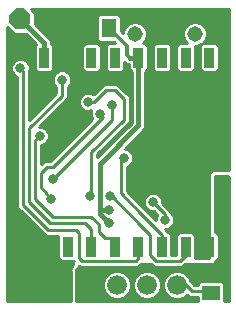
<source format=gbl>
G75*
%MOIN*%
%OFA0B0*%
%FSLAX25Y25*%
%IPPOS*%
%LPD*%
%AMOC8*
5,1,8,0,0,1.08239X$1,22.5*
%
%ADD10C,0.05150*%
%ADD11R,0.05906X0.05118*%
%ADD12R,0.05118X0.06299*%
%ADD13OC8,0.07000*%
%ADD14R,0.03200X0.06600*%
%ADD15C,0.06600*%
%ADD16C,0.01000*%
%ADD17C,0.03175*%
%ADD18C,0.00984*%
%ADD19C,0.01200*%
%ADD20C,0.01600*%
D10*
X0063894Y0111295D03*
X0083894Y0111295D03*
D11*
X0089150Y0032358D03*
X0089150Y0024878D03*
D12*
X0055193Y0113264D03*
X0047319Y0113264D03*
D13*
X0025665Y0116217D03*
D14*
X0033539Y0103421D03*
X0041413Y0103421D03*
X0049287Y0103421D03*
X0057161Y0103421D03*
X0065035Y0103421D03*
X0072909Y0103421D03*
X0080783Y0103421D03*
X0088657Y0103421D03*
X0088657Y0040429D03*
X0080783Y0040429D03*
X0072909Y0040429D03*
X0065035Y0040429D03*
X0057161Y0040429D03*
X0049287Y0040429D03*
X0041413Y0040429D03*
X0033539Y0040429D03*
D15*
X0037831Y0027634D03*
X0047831Y0027634D03*
X0057831Y0027634D03*
X0067831Y0027634D03*
X0077831Y0027634D03*
D16*
X0021244Y0022228D02*
X0021244Y0113589D01*
X0023601Y0111232D01*
X0027419Y0111232D01*
X0030885Y0107766D01*
X0030455Y0107336D01*
X0030455Y0099506D01*
X0031325Y0098637D01*
X0035754Y0098637D01*
X0036624Y0099506D01*
X0036624Y0107336D01*
X0035824Y0108136D01*
X0035824Y0109289D01*
X0030650Y0114463D01*
X0030650Y0118281D01*
X0029277Y0119654D01*
X0095047Y0119654D01*
X0095047Y0066043D01*
X0089801Y0066043D01*
X0088634Y0064876D01*
X0088634Y0036516D01*
X0083868Y0036516D01*
X0083868Y0044344D01*
X0082998Y0045213D01*
X0078569Y0045213D01*
X0077699Y0044344D01*
X0077699Y0037484D01*
X0075994Y0037484D01*
X0075994Y0044344D01*
X0075124Y0045213D01*
X0074868Y0045213D01*
X0073866Y0046216D01*
X0074505Y0046216D01*
X0075634Y0046683D01*
X0076498Y0047547D01*
X0076965Y0048676D01*
X0076965Y0049898D01*
X0076498Y0051027D01*
X0075870Y0051655D01*
X0075870Y0052075D01*
X0073028Y0054916D01*
X0073028Y0055804D01*
X0072561Y0056933D01*
X0071697Y0057797D01*
X0070568Y0058265D01*
X0069346Y0058265D01*
X0068217Y0057797D01*
X0067353Y0056933D01*
X0066885Y0055804D01*
X0066885Y0054582D01*
X0067353Y0053453D01*
X0068217Y0052589D01*
X0069346Y0052121D01*
X0070233Y0052121D01*
X0071308Y0051046D01*
X0071290Y0051027D01*
X0070822Y0049898D01*
X0070822Y0049260D01*
X0066842Y0053240D01*
X0066830Y0053240D01*
X0061106Y0058964D01*
X0061106Y0067043D01*
X0061854Y0067353D01*
X0062718Y0068217D01*
X0063186Y0069346D01*
X0063186Y0070568D01*
X0062718Y0071697D01*
X0061854Y0072561D01*
X0060725Y0073028D01*
X0060511Y0073028D01*
X0067320Y0079837D01*
X0067320Y0098706D01*
X0068120Y0099506D01*
X0068120Y0107336D01*
X0067250Y0108205D01*
X0066544Y0108205D01*
X0067335Y0108996D01*
X0067953Y0110488D01*
X0067953Y0112103D01*
X0067335Y0113595D01*
X0066193Y0114736D01*
X0064701Y0115354D01*
X0063086Y0115354D01*
X0061594Y0114736D01*
X0060453Y0113595D01*
X0059835Y0112103D01*
X0059835Y0111570D01*
X0059236Y0112168D01*
X0059236Y0117028D01*
X0058367Y0117898D01*
X0052019Y0117898D01*
X0051150Y0117028D01*
X0051150Y0109499D01*
X0052019Y0108630D01*
X0056879Y0108630D01*
X0057304Y0108205D01*
X0054947Y0108205D01*
X0054077Y0107336D01*
X0054077Y0099506D01*
X0054947Y0098637D01*
X0059376Y0098637D01*
X0060246Y0099506D01*
X0060246Y0102028D01*
X0061137Y0101137D01*
X0061951Y0101137D01*
X0061951Y0099506D01*
X0062751Y0098706D01*
X0062751Y0081730D01*
X0051294Y0070272D01*
X0051272Y0070250D01*
X0051272Y0071103D01*
X0062098Y0081930D01*
X0062098Y0090464D01*
X0060936Y0091626D01*
X0057983Y0094579D01*
X0053387Y0094579D01*
X0052224Y0093416D01*
X0050056Y0091248D01*
X0050043Y0091261D01*
X0048914Y0091729D01*
X0047692Y0091729D01*
X0046563Y0091261D01*
X0045699Y0090397D01*
X0045231Y0089268D01*
X0045231Y0088046D01*
X0045699Y0086918D01*
X0046563Y0086053D01*
X0047692Y0085586D01*
X0048914Y0085586D01*
X0049348Y0085766D01*
X0049169Y0085331D01*
X0049169Y0084109D01*
X0049636Y0082981D01*
X0049655Y0082962D01*
X0035681Y0068988D01*
X0033702Y0068988D01*
X0032571Y0067857D01*
X0032571Y0074267D01*
X0032674Y0074267D01*
X0033803Y0074735D01*
X0034667Y0075599D01*
X0035135Y0076728D01*
X0035135Y0077950D01*
X0034667Y0079079D01*
X0033803Y0079943D01*
X0032674Y0080410D01*
X0032024Y0080410D01*
X0041421Y0089807D01*
X0041421Y0093672D01*
X0042049Y0094299D01*
X0042517Y0095428D01*
X0042517Y0096650D01*
X0042049Y0097779D01*
X0041185Y0098643D01*
X0040056Y0099111D01*
X0038834Y0099111D01*
X0037705Y0098643D01*
X0036841Y0097779D01*
X0036373Y0096650D01*
X0036373Y0095428D01*
X0036841Y0094299D01*
X0037469Y0093672D01*
X0037469Y0091445D01*
X0028634Y0082610D01*
X0028634Y0099116D01*
X0028737Y0099365D01*
X0028737Y0100587D01*
X0028269Y0101716D01*
X0027405Y0102580D01*
X0026276Y0103048D01*
X0025054Y0103048D01*
X0023925Y0102580D01*
X0023061Y0101716D01*
X0022594Y0100587D01*
X0022594Y0099365D01*
X0023061Y0098236D01*
X0023925Y0097372D01*
X0024665Y0097066D01*
X0024665Y0053387D01*
X0025828Y0052224D01*
X0025839Y0052224D01*
X0034197Y0043866D01*
X0036647Y0043866D01*
X0036654Y0043858D01*
X0038329Y0043858D01*
X0038329Y0036514D01*
X0039199Y0035645D01*
X0043391Y0035645D01*
X0043523Y0035513D01*
X0043358Y0035349D01*
X0043358Y0034994D01*
X0042729Y0033735D01*
X0042374Y0033380D01*
X0042374Y0033025D01*
X0042215Y0032708D01*
X0042374Y0032232D01*
X0042374Y0022228D01*
X0021244Y0022228D01*
X0021244Y0022755D02*
X0042374Y0022755D01*
X0042374Y0023754D02*
X0021244Y0023754D01*
X0021244Y0024752D02*
X0042374Y0024752D01*
X0042374Y0025751D02*
X0021244Y0025751D01*
X0021244Y0026749D02*
X0042374Y0026749D01*
X0042374Y0027748D02*
X0021244Y0027748D01*
X0021244Y0028746D02*
X0042374Y0028746D01*
X0042374Y0029745D02*
X0021244Y0029745D01*
X0021244Y0030743D02*
X0042374Y0030743D01*
X0042374Y0031742D02*
X0021244Y0031742D01*
X0021244Y0032740D02*
X0042232Y0032740D01*
X0042731Y0033739D02*
X0021244Y0033739D01*
X0021244Y0034738D02*
X0043230Y0034738D01*
X0045350Y0036492D02*
X0045350Y0044858D01*
X0044366Y0045843D01*
X0037476Y0045843D01*
X0038329Y0043724D02*
X0021244Y0043724D01*
X0021244Y0042726D02*
X0038329Y0042726D01*
X0038329Y0041727D02*
X0021244Y0041727D01*
X0021244Y0040729D02*
X0038329Y0040729D01*
X0038329Y0039730D02*
X0021244Y0039730D01*
X0021244Y0038732D02*
X0038329Y0038732D01*
X0038329Y0037733D02*
X0021244Y0037733D01*
X0021244Y0036735D02*
X0038329Y0036735D01*
X0039107Y0035736D02*
X0021244Y0035736D01*
X0021244Y0044723D02*
X0033341Y0044723D01*
X0032342Y0045721D02*
X0021244Y0045721D01*
X0021244Y0046720D02*
X0031344Y0046720D01*
X0030345Y0047718D02*
X0021244Y0047718D01*
X0021244Y0048717D02*
X0029347Y0048717D01*
X0028348Y0049715D02*
X0021244Y0049715D01*
X0021244Y0050714D02*
X0027350Y0050714D01*
X0026351Y0051712D02*
X0021244Y0051712D01*
X0021244Y0052711D02*
X0025341Y0052711D01*
X0024665Y0053709D02*
X0021244Y0053709D01*
X0021244Y0054708D02*
X0024665Y0054708D01*
X0024665Y0055706D02*
X0021244Y0055706D01*
X0021244Y0056705D02*
X0024665Y0056705D01*
X0024665Y0057703D02*
X0021244Y0057703D01*
X0021244Y0058702D02*
X0024665Y0058702D01*
X0024665Y0059700D02*
X0021244Y0059700D01*
X0021244Y0060699D02*
X0024665Y0060699D01*
X0024665Y0061697D02*
X0021244Y0061697D01*
X0021244Y0062696D02*
X0024665Y0062696D01*
X0024665Y0063694D02*
X0021244Y0063694D01*
X0021244Y0064693D02*
X0024665Y0064693D01*
X0024665Y0065691D02*
X0021244Y0065691D01*
X0021244Y0066690D02*
X0024665Y0066690D01*
X0024665Y0067688D02*
X0021244Y0067688D01*
X0021244Y0068687D02*
X0024665Y0068687D01*
X0024665Y0069685D02*
X0021244Y0069685D01*
X0021244Y0070684D02*
X0024665Y0070684D01*
X0024665Y0071682D02*
X0021244Y0071682D01*
X0021244Y0072681D02*
X0024665Y0072681D01*
X0024665Y0073679D02*
X0021244Y0073679D01*
X0021244Y0074678D02*
X0024665Y0074678D01*
X0024665Y0075676D02*
X0021244Y0075676D01*
X0021244Y0076675D02*
X0024665Y0076675D01*
X0024665Y0077673D02*
X0021244Y0077673D01*
X0021244Y0078672D02*
X0024665Y0078672D01*
X0024665Y0079671D02*
X0021244Y0079671D01*
X0021244Y0080669D02*
X0024665Y0080669D01*
X0024665Y0081668D02*
X0021244Y0081668D01*
X0021244Y0082666D02*
X0024665Y0082666D01*
X0024665Y0083665D02*
X0021244Y0083665D01*
X0021244Y0084663D02*
X0024665Y0084663D01*
X0024665Y0085662D02*
X0021244Y0085662D01*
X0021244Y0086660D02*
X0024665Y0086660D01*
X0024665Y0087659D02*
X0021244Y0087659D01*
X0021244Y0088657D02*
X0024665Y0088657D01*
X0024665Y0089656D02*
X0021244Y0089656D01*
X0021244Y0090654D02*
X0024665Y0090654D01*
X0024665Y0091653D02*
X0021244Y0091653D01*
X0021244Y0092651D02*
X0024665Y0092651D01*
X0024665Y0093650D02*
X0021244Y0093650D01*
X0021244Y0094648D02*
X0024665Y0094648D01*
X0024665Y0095647D02*
X0021244Y0095647D01*
X0021244Y0096645D02*
X0024665Y0096645D01*
X0023654Y0097644D02*
X0021244Y0097644D01*
X0021244Y0098642D02*
X0022893Y0098642D01*
X0022594Y0099641D02*
X0021244Y0099641D01*
X0021244Y0100639D02*
X0022615Y0100639D01*
X0023029Y0101638D02*
X0021244Y0101638D01*
X0021244Y0102636D02*
X0024060Y0102636D01*
X0025665Y0099976D02*
X0026650Y0098992D01*
X0026650Y0054209D01*
X0028618Y0055193D02*
X0028618Y0079799D01*
X0028634Y0082666D02*
X0028690Y0082666D01*
X0028634Y0083665D02*
X0029688Y0083665D01*
X0030687Y0084663D02*
X0028634Y0084663D01*
X0028634Y0085662D02*
X0031685Y0085662D01*
X0032684Y0086660D02*
X0028634Y0086660D01*
X0028634Y0087659D02*
X0033683Y0087659D01*
X0034681Y0088657D02*
X0028634Y0088657D01*
X0028634Y0089656D02*
X0035680Y0089656D01*
X0036678Y0090654D02*
X0028634Y0090654D01*
X0028634Y0091653D02*
X0037469Y0091653D01*
X0037469Y0092651D02*
X0028634Y0092651D01*
X0028634Y0093650D02*
X0037469Y0093650D01*
X0036696Y0094648D02*
X0028634Y0094648D01*
X0028634Y0095647D02*
X0036373Y0095647D01*
X0036373Y0096645D02*
X0028634Y0096645D01*
X0028634Y0097644D02*
X0036785Y0097644D01*
X0037704Y0098642D02*
X0035759Y0098642D01*
X0036624Y0099641D02*
X0046203Y0099641D01*
X0046203Y0099506D02*
X0047073Y0098637D01*
X0051502Y0098637D01*
X0052372Y0099506D01*
X0052372Y0107336D01*
X0051502Y0108205D01*
X0047073Y0108205D01*
X0046203Y0107336D01*
X0046203Y0099506D01*
X0046203Y0100639D02*
X0036624Y0100639D01*
X0036624Y0101638D02*
X0046203Y0101638D01*
X0046203Y0102636D02*
X0036624Y0102636D01*
X0036624Y0103635D02*
X0046203Y0103635D01*
X0046203Y0104633D02*
X0036624Y0104633D01*
X0036624Y0105632D02*
X0046203Y0105632D01*
X0046203Y0106630D02*
X0036624Y0106630D01*
X0036331Y0107629D02*
X0046496Y0107629D01*
X0051150Y0109626D02*
X0035486Y0109626D01*
X0035824Y0108627D02*
X0056882Y0108627D01*
X0054370Y0107629D02*
X0052079Y0107629D01*
X0052372Y0106630D02*
X0054077Y0106630D01*
X0054077Y0105632D02*
X0052372Y0105632D01*
X0052372Y0104633D02*
X0054077Y0104633D01*
X0054077Y0103635D02*
X0052372Y0103635D01*
X0052372Y0102636D02*
X0054077Y0102636D01*
X0054077Y0101638D02*
X0052372Y0101638D01*
X0052372Y0100639D02*
X0054077Y0100639D01*
X0054077Y0099641D02*
X0052372Y0099641D01*
X0051507Y0098642D02*
X0054941Y0098642D01*
X0059381Y0098642D02*
X0062751Y0098642D01*
X0062751Y0097644D02*
X0042105Y0097644D01*
X0042517Y0096645D02*
X0062751Y0096645D01*
X0062751Y0095647D02*
X0042517Y0095647D01*
X0042193Y0094648D02*
X0062751Y0094648D01*
X0062751Y0093650D02*
X0058912Y0093650D01*
X0059911Y0092651D02*
X0062751Y0092651D01*
X0062751Y0091653D02*
X0060909Y0091653D01*
X0061908Y0090654D02*
X0062751Y0090654D01*
X0062751Y0089656D02*
X0062098Y0089656D01*
X0062098Y0088657D02*
X0062751Y0088657D01*
X0062751Y0087659D02*
X0062098Y0087659D01*
X0062098Y0086660D02*
X0062751Y0086660D01*
X0062751Y0085662D02*
X0062098Y0085662D01*
X0062098Y0084663D02*
X0062751Y0084663D01*
X0062751Y0083665D02*
X0062098Y0083665D01*
X0062098Y0082666D02*
X0062751Y0082666D01*
X0062689Y0081668D02*
X0061836Y0081668D01*
X0061691Y0080669D02*
X0060837Y0080669D01*
X0060692Y0079671D02*
X0059839Y0079671D01*
X0059694Y0078672D02*
X0058840Y0078672D01*
X0058695Y0077673D02*
X0057842Y0077673D01*
X0057697Y0076675D02*
X0056843Y0076675D01*
X0056698Y0075676D02*
X0055845Y0075676D01*
X0055700Y0074678D02*
X0054846Y0074678D01*
X0054701Y0073679D02*
X0053848Y0073679D01*
X0053703Y0072681D02*
X0052849Y0072681D01*
X0052704Y0071682D02*
X0051851Y0071682D01*
X0051705Y0070684D02*
X0051272Y0070684D01*
X0051294Y0070272D02*
X0051294Y0070272D01*
X0049287Y0071925D02*
X0049287Y0058146D01*
X0047319Y0048303D02*
X0044366Y0048303D01*
X0047319Y0048303D02*
X0049287Y0046335D01*
X0049287Y0040429D01*
X0036000Y0056177D02*
X0032555Y0060114D01*
X0032555Y0065035D01*
X0034524Y0067004D01*
X0036492Y0067004D01*
X0036379Y0069685D02*
X0032571Y0069685D01*
X0032571Y0068687D02*
X0033400Y0068687D01*
X0032571Y0070684D02*
X0037377Y0070684D01*
X0038376Y0071682D02*
X0032571Y0071682D01*
X0032571Y0072681D02*
X0039374Y0072681D01*
X0040373Y0073679D02*
X0032571Y0073679D01*
X0033666Y0074678D02*
X0041371Y0074678D01*
X0042370Y0075676D02*
X0034699Y0075676D01*
X0035113Y0076675D02*
X0043368Y0076675D01*
X0044367Y0077673D02*
X0035135Y0077673D01*
X0034835Y0078672D02*
X0045365Y0078672D01*
X0046364Y0079671D02*
X0034075Y0079671D01*
X0033281Y0081668D02*
X0048361Y0081668D01*
X0049359Y0082666D02*
X0034280Y0082666D01*
X0035278Y0083665D02*
X0049353Y0083665D01*
X0049169Y0084663D02*
X0036277Y0084663D01*
X0037275Y0085662D02*
X0047509Y0085662D01*
X0049097Y0085662D02*
X0049305Y0085662D01*
X0050272Y0088657D02*
X0048303Y0088657D01*
X0050272Y0088657D02*
X0054209Y0092594D01*
X0057161Y0092594D01*
X0060114Y0089642D01*
X0060114Y0082752D01*
X0049287Y0071925D01*
X0047362Y0080669D02*
X0032283Y0080669D01*
X0032063Y0077339D02*
X0030587Y0075862D01*
X0030587Y0056177D01*
X0038274Y0086660D02*
X0045957Y0086660D01*
X0045392Y0087659D02*
X0039273Y0087659D01*
X0040271Y0088657D02*
X0045231Y0088657D01*
X0045392Y0089656D02*
X0041270Y0089656D01*
X0041421Y0090654D02*
X0045956Y0090654D01*
X0047508Y0091653D02*
X0041421Y0091653D01*
X0041421Y0092651D02*
X0051459Y0092651D01*
X0050461Y0091653D02*
X0049099Y0091653D01*
X0052458Y0093650D02*
X0041421Y0093650D01*
X0041186Y0098642D02*
X0047067Y0098642D01*
X0051150Y0110624D02*
X0034488Y0110624D01*
X0033489Y0111623D02*
X0051150Y0111623D01*
X0051150Y0112621D02*
X0032491Y0112621D01*
X0031492Y0113620D02*
X0051150Y0113620D01*
X0051150Y0114618D02*
X0030650Y0114618D01*
X0030650Y0115617D02*
X0051150Y0115617D01*
X0051150Y0116615D02*
X0030650Y0116615D01*
X0030650Y0117614D02*
X0051735Y0117614D01*
X0058650Y0117614D02*
X0095047Y0117614D01*
X0095047Y0118612D02*
X0030318Y0118612D01*
X0029320Y0119611D02*
X0095047Y0119611D01*
X0095047Y0116615D02*
X0059236Y0116615D01*
X0059236Y0115617D02*
X0095047Y0115617D01*
X0095047Y0114618D02*
X0086311Y0114618D01*
X0086193Y0114736D02*
X0084701Y0115354D01*
X0083086Y0115354D01*
X0081594Y0114736D01*
X0080453Y0113595D01*
X0079835Y0112103D01*
X0079835Y0110488D01*
X0080453Y0108996D01*
X0081243Y0108205D01*
X0078569Y0108205D01*
X0077699Y0107336D01*
X0077699Y0099506D01*
X0078569Y0098637D01*
X0082998Y0098637D01*
X0083868Y0099506D01*
X0083868Y0107236D01*
X0084701Y0107236D01*
X0086020Y0107782D01*
X0085573Y0107336D01*
X0085573Y0099506D01*
X0086443Y0098637D01*
X0090872Y0098637D01*
X0091742Y0099506D01*
X0091742Y0107336D01*
X0090872Y0108205D01*
X0086544Y0108205D01*
X0087335Y0108996D01*
X0087953Y0110488D01*
X0087953Y0112103D01*
X0087335Y0113595D01*
X0086193Y0114736D01*
X0087309Y0113620D02*
X0095047Y0113620D01*
X0095047Y0112621D02*
X0087738Y0112621D01*
X0087953Y0111623D02*
X0095047Y0111623D01*
X0095047Y0110624D02*
X0087953Y0110624D01*
X0087596Y0109626D02*
X0095047Y0109626D01*
X0095047Y0108627D02*
X0086966Y0108627D01*
X0085866Y0107629D02*
X0085649Y0107629D01*
X0085573Y0106630D02*
X0083868Y0106630D01*
X0083868Y0105632D02*
X0085573Y0105632D01*
X0085573Y0104633D02*
X0083868Y0104633D01*
X0083868Y0103635D02*
X0085573Y0103635D01*
X0085573Y0102636D02*
X0083868Y0102636D01*
X0083868Y0101638D02*
X0085573Y0101638D01*
X0085573Y0100639D02*
X0083868Y0100639D01*
X0083868Y0099641D02*
X0085573Y0099641D01*
X0086437Y0098642D02*
X0083003Y0098642D01*
X0078563Y0098642D02*
X0075129Y0098642D01*
X0075124Y0098637D02*
X0075994Y0099506D01*
X0075994Y0107336D01*
X0075124Y0108205D01*
X0070695Y0108205D01*
X0069825Y0107336D01*
X0069825Y0099506D01*
X0070695Y0098637D01*
X0075124Y0098637D01*
X0075994Y0099641D02*
X0077699Y0099641D01*
X0077699Y0100639D02*
X0075994Y0100639D01*
X0075994Y0101638D02*
X0077699Y0101638D01*
X0077699Y0102636D02*
X0075994Y0102636D01*
X0075994Y0103635D02*
X0077699Y0103635D01*
X0077699Y0104633D02*
X0075994Y0104633D01*
X0075994Y0105632D02*
X0077699Y0105632D01*
X0077699Y0106630D02*
X0075994Y0106630D01*
X0075701Y0107629D02*
X0077992Y0107629D01*
X0080192Y0109626D02*
X0067596Y0109626D01*
X0067953Y0110624D02*
X0079835Y0110624D01*
X0079835Y0111623D02*
X0067953Y0111623D01*
X0067738Y0112621D02*
X0080050Y0112621D01*
X0080478Y0113620D02*
X0067309Y0113620D01*
X0066311Y0114618D02*
X0081476Y0114618D01*
X0080821Y0108627D02*
X0066966Y0108627D01*
X0067827Y0107629D02*
X0070118Y0107629D01*
X0069825Y0106630D02*
X0068120Y0106630D01*
X0068120Y0105632D02*
X0069825Y0105632D01*
X0069825Y0104633D02*
X0068120Y0104633D01*
X0068120Y0103635D02*
X0069825Y0103635D01*
X0069825Y0102636D02*
X0068120Y0102636D01*
X0068120Y0101638D02*
X0069825Y0101638D01*
X0069825Y0100639D02*
X0068120Y0100639D01*
X0068120Y0099641D02*
X0069825Y0099641D01*
X0070689Y0098642D02*
X0067320Y0098642D01*
X0067320Y0097644D02*
X0095047Y0097644D01*
X0095047Y0098642D02*
X0090877Y0098642D01*
X0091742Y0099641D02*
X0095047Y0099641D01*
X0095047Y0100639D02*
X0091742Y0100639D01*
X0091742Y0101638D02*
X0095047Y0101638D01*
X0095047Y0102636D02*
X0091742Y0102636D01*
X0091742Y0103635D02*
X0095047Y0103635D01*
X0095047Y0104633D02*
X0091742Y0104633D01*
X0091742Y0105632D02*
X0095047Y0105632D01*
X0095047Y0106630D02*
X0091742Y0106630D01*
X0091449Y0107629D02*
X0095047Y0107629D01*
X0095047Y0096645D02*
X0067320Y0096645D01*
X0067320Y0095647D02*
X0095047Y0095647D01*
X0095047Y0094648D02*
X0067320Y0094648D01*
X0067320Y0093650D02*
X0095047Y0093650D01*
X0095047Y0092651D02*
X0067320Y0092651D01*
X0067320Y0091653D02*
X0095047Y0091653D01*
X0095047Y0090654D02*
X0067320Y0090654D01*
X0067320Y0089656D02*
X0095047Y0089656D01*
X0095047Y0088657D02*
X0067320Y0088657D01*
X0067320Y0087659D02*
X0095047Y0087659D01*
X0095047Y0086660D02*
X0067320Y0086660D01*
X0067320Y0085662D02*
X0095047Y0085662D01*
X0095047Y0084663D02*
X0067320Y0084663D01*
X0067320Y0083665D02*
X0095047Y0083665D01*
X0095047Y0082666D02*
X0067320Y0082666D01*
X0067320Y0081668D02*
X0095047Y0081668D01*
X0095047Y0080669D02*
X0067320Y0080669D01*
X0067153Y0079671D02*
X0095047Y0079671D01*
X0095047Y0078672D02*
X0066154Y0078672D01*
X0065156Y0077673D02*
X0095047Y0077673D01*
X0095047Y0076675D02*
X0064157Y0076675D01*
X0063159Y0075676D02*
X0095047Y0075676D01*
X0095047Y0074678D02*
X0062160Y0074678D01*
X0061162Y0073679D02*
X0095047Y0073679D01*
X0095047Y0072681D02*
X0061564Y0072681D01*
X0062724Y0071682D02*
X0095047Y0071682D01*
X0095047Y0070684D02*
X0063138Y0070684D01*
X0063186Y0069685D02*
X0095047Y0069685D01*
X0095047Y0068687D02*
X0062913Y0068687D01*
X0062190Y0067688D02*
X0095047Y0067688D01*
X0095047Y0066690D02*
X0061106Y0066690D01*
X0061106Y0065691D02*
X0089449Y0065691D01*
X0088634Y0064693D02*
X0061106Y0064693D01*
X0061106Y0063694D02*
X0088634Y0063694D01*
X0088634Y0062696D02*
X0061106Y0062696D01*
X0061106Y0061697D02*
X0088634Y0061697D01*
X0088634Y0060699D02*
X0061106Y0060699D01*
X0061106Y0059700D02*
X0088634Y0059700D01*
X0088634Y0058702D02*
X0061369Y0058702D01*
X0062367Y0057703D02*
X0068123Y0057703D01*
X0067258Y0056705D02*
X0063366Y0056705D01*
X0064364Y0055706D02*
X0066885Y0055706D01*
X0066885Y0054708D02*
X0065363Y0054708D01*
X0066361Y0053709D02*
X0067247Y0053709D01*
X0067371Y0052711D02*
X0068095Y0052711D01*
X0068370Y0051712D02*
X0070642Y0051712D01*
X0071160Y0050714D02*
X0069368Y0050714D01*
X0070367Y0049715D02*
X0070822Y0049715D01*
X0074235Y0053709D02*
X0088634Y0053709D01*
X0088634Y0052711D02*
X0075234Y0052711D01*
X0075870Y0051712D02*
X0088634Y0051712D01*
X0088634Y0050714D02*
X0076628Y0050714D01*
X0076965Y0049715D02*
X0088634Y0049715D01*
X0088634Y0048717D02*
X0076965Y0048717D01*
X0076568Y0047718D02*
X0088634Y0047718D01*
X0088634Y0046720D02*
X0075670Y0046720D01*
X0074361Y0045721D02*
X0088634Y0045721D01*
X0088634Y0044723D02*
X0083489Y0044723D01*
X0083868Y0043724D02*
X0088634Y0043724D01*
X0088634Y0042726D02*
X0083868Y0042726D01*
X0083868Y0041727D02*
X0088634Y0041727D01*
X0088634Y0040729D02*
X0083868Y0040729D01*
X0083868Y0039730D02*
X0088634Y0039730D01*
X0088634Y0038732D02*
X0083868Y0038732D01*
X0083868Y0037733D02*
X0088634Y0037733D01*
X0088634Y0036735D02*
X0083868Y0036735D01*
X0077699Y0037733D02*
X0075994Y0037733D01*
X0075994Y0038732D02*
X0077699Y0038732D01*
X0077699Y0039730D02*
X0075994Y0039730D01*
X0075994Y0040729D02*
X0077699Y0040729D01*
X0077699Y0041727D02*
X0075994Y0041727D01*
X0075994Y0042726D02*
X0077699Y0042726D01*
X0077699Y0043724D02*
X0075994Y0043724D01*
X0075615Y0044723D02*
X0078078Y0044723D01*
X0072909Y0044366D02*
X0072909Y0040429D01*
X0072909Y0044366D02*
X0066020Y0051256D01*
X0066020Y0047319D02*
X0068972Y0044366D01*
X0068972Y0037476D01*
X0073237Y0054708D02*
X0088634Y0054708D01*
X0088634Y0055706D02*
X0073028Y0055706D01*
X0072655Y0056705D02*
X0088634Y0056705D01*
X0088634Y0057703D02*
X0071790Y0057703D01*
X0061951Y0099641D02*
X0060246Y0099641D01*
X0060246Y0100639D02*
X0061951Y0100639D01*
X0060636Y0101638D02*
X0060246Y0101638D01*
X0059835Y0111623D02*
X0059781Y0111623D01*
X0060050Y0112621D02*
X0059236Y0112621D01*
X0059236Y0113620D02*
X0060478Y0113620D01*
X0061476Y0114618D02*
X0059236Y0114618D01*
X0031319Y0098642D02*
X0028634Y0098642D01*
X0028737Y0099641D02*
X0030455Y0099641D01*
X0030455Y0100639D02*
X0028716Y0100639D01*
X0028302Y0101638D02*
X0030455Y0101638D01*
X0030455Y0102636D02*
X0027270Y0102636D01*
X0030455Y0103635D02*
X0021244Y0103635D01*
X0021244Y0104633D02*
X0030455Y0104633D01*
X0030455Y0105632D02*
X0021244Y0105632D01*
X0021244Y0106630D02*
X0030455Y0106630D01*
X0030748Y0107629D02*
X0021244Y0107629D01*
X0021244Y0108627D02*
X0030024Y0108627D01*
X0029026Y0109626D02*
X0021244Y0109626D01*
X0021244Y0110624D02*
X0028027Y0110624D01*
X0023210Y0111623D02*
X0021244Y0111623D01*
X0021244Y0112621D02*
X0022212Y0112621D01*
D17*
X0025665Y0099976D03*
X0039445Y0096039D03*
X0048303Y0088657D03*
X0052240Y0084720D03*
X0056177Y0087673D03*
X0060114Y0069957D03*
X0055685Y0057161D03*
X0055193Y0052732D03*
X0055193Y0048303D03*
X0048795Y0057161D03*
X0036000Y0056177D03*
X0036492Y0063067D03*
X0032063Y0077339D03*
X0022713Y0077831D03*
X0069957Y0055193D03*
X0073894Y0049287D03*
X0079307Y0049287D03*
X0074878Y0062575D03*
X0094071Y0059622D03*
X0094071Y0054701D03*
X0083736Y0088165D03*
X0090626Y0115232D03*
X0073894Y0115232D03*
D18*
X0056177Y0087673D02*
X0056177Y0082752D01*
X0036492Y0063067D01*
X0036492Y0067004D02*
X0053224Y0083736D01*
X0052240Y0084720D01*
X0039445Y0090626D02*
X0028618Y0079799D01*
X0039445Y0090626D02*
X0039445Y0096039D01*
X0060114Y0069957D02*
X0059130Y0068972D01*
X0059130Y0058146D01*
X0066020Y0051256D01*
X0066020Y0047319D02*
X0056177Y0057161D01*
X0055685Y0057161D01*
X0049287Y0057654D02*
X0048795Y0057161D01*
X0049287Y0057654D02*
X0049287Y0058146D01*
X0049287Y0050272D02*
X0036492Y0050272D01*
X0030587Y0056177D01*
X0028618Y0055193D02*
X0035508Y0048303D01*
X0044366Y0048303D01*
X0049287Y0050272D02*
X0051748Y0047811D01*
X0051748Y0045350D01*
X0053717Y0043382D01*
X0057161Y0043382D01*
X0057161Y0040429D01*
X0056877Y0032426D02*
X0055116Y0031696D01*
X0053768Y0030348D01*
X0053039Y0028587D01*
X0053039Y0026681D01*
X0053768Y0024919D01*
X0055116Y0023571D01*
X0056877Y0022842D01*
X0058784Y0022842D01*
X0060545Y0023571D01*
X0061893Y0024919D01*
X0062623Y0026681D01*
X0062623Y0028587D01*
X0061893Y0030348D01*
X0060545Y0031696D01*
X0058784Y0032426D01*
X0056877Y0032426D01*
X0054973Y0031553D02*
X0044366Y0031553D01*
X0044366Y0030570D02*
X0053990Y0030570D01*
X0053453Y0029587D02*
X0044366Y0029587D01*
X0044366Y0028605D02*
X0053046Y0028605D01*
X0053039Y0027622D02*
X0044366Y0027622D01*
X0044366Y0026639D02*
X0053056Y0026639D01*
X0053463Y0025656D02*
X0044366Y0025656D01*
X0044366Y0024674D02*
X0054014Y0024674D01*
X0054997Y0023691D02*
X0044366Y0023691D01*
X0044366Y0022708D02*
X0084705Y0022708D01*
X0084705Y0022220D02*
X0044366Y0022220D01*
X0044366Y0032555D01*
X0045071Y0033965D01*
X0045513Y0033524D01*
X0064873Y0033524D01*
X0065873Y0034524D01*
X0069119Y0034524D01*
X0070119Y0033524D01*
X0079637Y0033524D01*
X0080637Y0034524D01*
X0090626Y0034524D01*
X0090626Y0035637D01*
X0090876Y0035637D01*
X0091750Y0036511D01*
X0091750Y0044347D01*
X0090876Y0045221D01*
X0090626Y0045221D01*
X0090626Y0064051D01*
X0094563Y0064051D01*
X0095055Y0063559D01*
X0095055Y0022220D01*
X0093594Y0022220D01*
X0093594Y0028055D01*
X0092720Y0028929D01*
X0085579Y0028929D01*
X0084705Y0028055D01*
X0084705Y0027650D01*
X0083574Y0027650D01*
X0082768Y0028456D01*
X0082613Y0028610D01*
X0081893Y0030348D01*
X0080545Y0031696D01*
X0078784Y0032426D01*
X0076877Y0032426D01*
X0075116Y0031696D01*
X0073768Y0030348D01*
X0073039Y0028587D01*
X0073039Y0026681D01*
X0073768Y0024919D01*
X0075116Y0023571D01*
X0076877Y0022842D01*
X0078784Y0022842D01*
X0080545Y0023571D01*
X0081293Y0024319D01*
X0081930Y0023681D01*
X0084705Y0023681D01*
X0084705Y0022220D01*
X0081920Y0023691D02*
X0080665Y0023691D01*
X0082752Y0025665D02*
X0080783Y0027634D01*
X0077831Y0027634D01*
X0074014Y0024674D02*
X0071648Y0024674D01*
X0071893Y0024919D02*
X0072623Y0026681D01*
X0072623Y0028587D01*
X0071893Y0030348D01*
X0070545Y0031696D01*
X0068784Y0032426D01*
X0066877Y0032426D01*
X0065116Y0031696D01*
X0063768Y0030348D01*
X0063039Y0028587D01*
X0063039Y0026681D01*
X0063768Y0024919D01*
X0065116Y0023571D01*
X0066877Y0022842D01*
X0068784Y0022842D01*
X0070545Y0023571D01*
X0071893Y0024919D01*
X0072199Y0025656D02*
X0073463Y0025656D01*
X0073056Y0026639D02*
X0072606Y0026639D01*
X0072623Y0027622D02*
X0073039Y0027622D01*
X0073046Y0028605D02*
X0072616Y0028605D01*
X0072208Y0029587D02*
X0073453Y0029587D01*
X0073990Y0030570D02*
X0071671Y0030570D01*
X0070689Y0031553D02*
X0074973Y0031553D01*
X0078815Y0035508D02*
X0070941Y0035508D01*
X0068972Y0037476D01*
X0069141Y0034501D02*
X0065851Y0034501D01*
X0064051Y0035508D02*
X0065035Y0036492D01*
X0065035Y0040429D01*
X0064051Y0035508D02*
X0046335Y0035508D01*
X0045350Y0036492D01*
X0044848Y0033519D02*
X0095055Y0033519D01*
X0095055Y0034501D02*
X0080615Y0034501D01*
X0078815Y0035508D02*
X0080783Y0037476D01*
X0080783Y0040429D01*
X0080689Y0031553D02*
X0095055Y0031553D01*
X0095055Y0030570D02*
X0081671Y0030570D01*
X0082208Y0029587D02*
X0095055Y0029587D01*
X0095055Y0028605D02*
X0093045Y0028605D01*
X0093594Y0027622D02*
X0095055Y0027622D01*
X0095055Y0026639D02*
X0093594Y0026639D01*
X0093594Y0025656D02*
X0095055Y0025656D01*
X0095055Y0024674D02*
X0093594Y0024674D01*
X0093594Y0023691D02*
X0095055Y0023691D01*
X0095055Y0022708D02*
X0093594Y0022708D01*
X0089150Y0024878D02*
X0088362Y0025665D01*
X0082752Y0025665D01*
X0082768Y0028456D02*
X0082768Y0028456D01*
X0082619Y0028605D02*
X0085254Y0028605D01*
X0090626Y0035484D02*
X0095055Y0035484D01*
X0095055Y0036467D02*
X0091705Y0036467D01*
X0091750Y0037450D02*
X0095055Y0037450D01*
X0095055Y0038432D02*
X0091750Y0038432D01*
X0091750Y0039415D02*
X0095055Y0039415D01*
X0095055Y0040398D02*
X0091750Y0040398D01*
X0091750Y0041381D02*
X0095055Y0041381D01*
X0095055Y0042363D02*
X0091750Y0042363D01*
X0091750Y0043346D02*
X0095055Y0043346D01*
X0095055Y0044329D02*
X0091750Y0044329D01*
X0090626Y0045312D02*
X0095055Y0045312D01*
X0095055Y0046294D02*
X0090626Y0046294D01*
X0090626Y0047277D02*
X0095055Y0047277D01*
X0095055Y0048260D02*
X0090626Y0048260D01*
X0090626Y0049243D02*
X0095055Y0049243D01*
X0095055Y0050226D02*
X0090626Y0050226D01*
X0090626Y0051208D02*
X0095055Y0051208D01*
X0095055Y0052191D02*
X0090626Y0052191D01*
X0090626Y0053174D02*
X0095055Y0053174D01*
X0095055Y0054157D02*
X0090626Y0054157D01*
X0090626Y0055139D02*
X0095055Y0055139D01*
X0095055Y0056122D02*
X0090626Y0056122D01*
X0090626Y0057105D02*
X0095055Y0057105D01*
X0095055Y0058088D02*
X0090626Y0058088D01*
X0090626Y0059070D02*
X0095055Y0059070D01*
X0095055Y0060053D02*
X0090626Y0060053D01*
X0090626Y0061036D02*
X0095055Y0061036D01*
X0095055Y0062019D02*
X0090626Y0062019D01*
X0090626Y0063001D02*
X0095055Y0063001D01*
X0094630Y0063984D02*
X0090626Y0063984D01*
X0073894Y0051256D02*
X0073894Y0049287D01*
X0073894Y0051256D02*
X0069957Y0055193D01*
X0064973Y0031553D02*
X0060689Y0031553D01*
X0061671Y0030570D02*
X0063990Y0030570D01*
X0063453Y0029587D02*
X0062208Y0029587D01*
X0062616Y0028605D02*
X0063046Y0028605D01*
X0063039Y0027622D02*
X0062623Y0027622D01*
X0062606Y0026639D02*
X0063056Y0026639D01*
X0063463Y0025656D02*
X0062199Y0025656D01*
X0061648Y0024674D02*
X0064014Y0024674D01*
X0064997Y0023691D02*
X0060665Y0023691D01*
X0070665Y0023691D02*
X0074997Y0023691D01*
X0095055Y0032536D02*
X0044366Y0032536D01*
X0037476Y0045843D02*
X0035016Y0045843D01*
X0026650Y0054209D01*
D19*
X0062083Y0103421D02*
X0061098Y0104406D01*
X0061098Y0107358D01*
X0055193Y0113264D01*
D20*
X0062083Y0103421D02*
X0065035Y0103421D01*
X0065035Y0080783D01*
X0052240Y0067988D01*
X0052240Y0053224D01*
X0052732Y0052732D01*
X0055193Y0052732D01*
X0052240Y0053224D02*
X0052240Y0051256D01*
X0055193Y0048303D01*
X0033539Y0103421D02*
X0033539Y0108343D01*
X0025665Y0116217D01*
M02*

</source>
